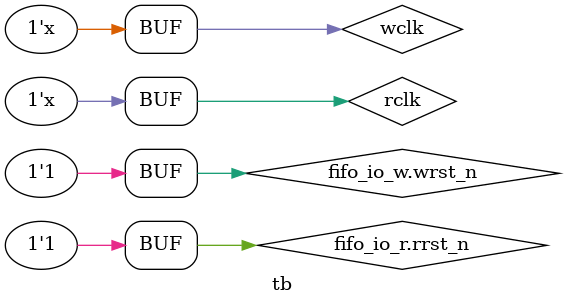
<source format=sv>
`timescale 1 ns / 1 ps

module tb;


    parameter DSIZE = 32;
    parameter ASIZE = 4;
    reg wclk;
    reg rclk;

    fifo_if_r fifo_io_r(rclk);
    fifo_if_w fifo_io_w(wclk);


    async_fifo
	#(
		DSIZE,
		ASIZE
    )
    dut
    (
		fifo_io_w.wclk,
		fifo_io_w.wrst_n,
		fifo_io_w.winc,
		fifo_io_w.wdata,
		fifo_io_w.wfull,
		fifo_io_w.awfull,
		fifo_io_r.rclk,
		fifo_io_r.rrst_n,
		fifo_io_r.rinc,
		fifo_io_r.rdata,
		fifo_io_r.rempty,
		fifo_io_r.arempty
    );


    // An example to create a clock
    initial wclk = 1'b0;
    always #2 wclk <= ~wclk;
    initial rclk = 1'b0;
    always #3 rclk <= ~rclk;

    initial begin
    fifo_io_w.wrst_n <= 1'bx;
    #10;
    fifo_io_w.wrst_n <= 1'b0;
    #10;
    fifo_io_w.wrst_n <= 1'b1;
    end

    initial begin
    fifo_io_r.rrst_n <= 1'bx;
    #10;
    fifo_io_r.rrst_n <= 1'b0;
    #10;
    fifo_io_r.rrst_n <= 1'b1;
    end

endmodule


</source>
